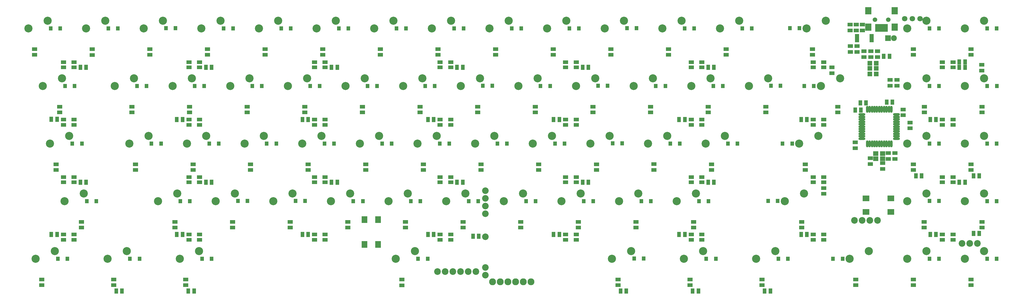
<source format=gbr>
G04 #@! TF.FileFunction,Soldermask,Bot*
%FSLAX46Y46*%
G04 Gerber Fmt 4.6, Leading zero omitted, Abs format (unit mm)*
G04 Created by KiCad (PCBNEW 4.0.2-stable) date 7/15/2016 4:50:49 PM*
%MOMM*%
G01*
G04 APERTURE LIST*
%ADD10C,0.100000*%
%ADD11R,1.300000X1.350000*%
%ADD12R,1.797000X1.289000*%
%ADD13R,2.000000X2.400000*%
%ADD14R,0.990000X2.600000*%
%ADD15C,1.500000*%
%ADD16R,1.400000X0.690000*%
%ADD17R,1.289000X1.797000*%
%ADD18C,2.686000*%
%ADD19R,1.700000X1.250000*%
%ADD20C,1.924000*%
%ADD21R,1.924000X1.924000*%
%ADD22C,2.279600*%
%ADD23C,2.178000*%
%ADD24R,1.800000X1.600000*%
%ADD25R,1.598880X1.598880*%
%ADD26O,0.806400X2.299920*%
%ADD27O,2.299920X0.806400*%
%ADD28C,2.200000*%
%ADD29R,2.200000X1.900000*%
%ADD30R,1.900000X2.200000*%
%ADD31C,1.800000*%
G04 APERTURE END LIST*
D10*
D11*
X382928450Y-144302850D03*
X386078450Y-144302850D03*
X363878450Y-144302850D03*
X367028450Y-144302850D03*
X335128450Y-144302850D03*
X331978450Y-144302850D03*
X313878450Y-144312850D03*
X317028450Y-144312850D03*
X290078450Y-144312850D03*
X293228450Y-144312850D03*
X266248450Y-144292850D03*
X269398450Y-144292850D03*
X194818450Y-144302850D03*
X197968450Y-144302850D03*
X123398450Y-144312850D03*
X126548450Y-144312850D03*
X99568450Y-144302850D03*
X102718450Y-144302850D03*
X75758450Y-144302850D03*
X78908450Y-144302850D03*
X382938450Y-125272850D03*
X386088450Y-125272850D03*
X363888450Y-125232850D03*
X367038450Y-125232850D03*
X313688450Y-125242850D03*
X310538450Y-125242850D03*
X287688450Y-125262850D03*
X290838450Y-125262850D03*
X268628450Y-125262850D03*
X271778450Y-125262850D03*
X249588450Y-125262850D03*
X252738450Y-125262850D03*
X230538450Y-125272850D03*
X233688450Y-125272850D03*
X211508450Y-125262850D03*
X214658450Y-125262850D03*
X192428450Y-125262850D03*
X195578450Y-125262850D03*
X173398450Y-125262850D03*
X176548450Y-125262850D03*
X154328450Y-125232850D03*
X157478450Y-125232850D03*
X135278450Y-125242850D03*
X138428450Y-125242850D03*
X116228450Y-125272850D03*
X119378450Y-125272850D03*
X85308450Y-125262850D03*
X88458450Y-125262850D03*
X382928450Y-106222850D03*
X386078450Y-106222850D03*
X363878450Y-106222850D03*
X367028450Y-106222850D03*
X318458450Y-106212850D03*
X315308450Y-106212850D03*
X297198450Y-106212850D03*
X300348450Y-106212850D03*
X278168450Y-106212850D03*
X281318450Y-106212850D03*
X259098450Y-106192850D03*
X262248450Y-106192850D03*
X240048450Y-106222850D03*
X243198450Y-106222850D03*
X221018450Y-106212850D03*
X224168450Y-106212850D03*
X201948450Y-106212850D03*
X205098450Y-106212850D03*
X182898450Y-106212850D03*
X186048450Y-106212850D03*
X163868450Y-106212850D03*
X167018450Y-106212850D03*
X144788450Y-106212850D03*
X147938450Y-106212850D03*
X125748450Y-106212850D03*
X128898450Y-106212850D03*
X106688450Y-106212850D03*
X109838450Y-106212850D03*
X80518450Y-106222850D03*
X83668450Y-106222850D03*
X382948450Y-87182850D03*
X386098450Y-87182850D03*
X363888450Y-87172850D03*
X367038450Y-87172850D03*
X325598450Y-87152850D03*
X322448450Y-87152850D03*
X311478450Y-87132850D03*
X314628450Y-87132850D03*
X292418450Y-87152850D03*
X295568450Y-87152850D03*
X273398450Y-87152850D03*
X276548450Y-87152850D03*
X254328450Y-87142850D03*
X257478450Y-87142850D03*
X235288450Y-87152850D03*
X238438450Y-87152850D03*
X216228450Y-87132850D03*
X219378450Y-87132850D03*
X197178450Y-87172850D03*
X200328450Y-87172850D03*
X178128450Y-87172850D03*
X181278450Y-87172850D03*
X159108450Y-87162850D03*
X162258450Y-87162850D03*
X140028450Y-87162850D03*
X143178450Y-87162850D03*
X120978450Y-87162850D03*
X124128450Y-87162850D03*
X101928450Y-87152850D03*
X105078450Y-87152850D03*
X78128450Y-87162850D03*
X81278450Y-87162850D03*
X382938450Y-68112850D03*
X386088450Y-68112850D03*
X363888450Y-68107850D03*
X367038450Y-68107850D03*
X320838450Y-68082850D03*
X317688450Y-68082850D03*
X301963450Y-68107850D03*
X305113450Y-68107850D03*
X282913450Y-68107850D03*
X286063450Y-68107850D03*
X263858450Y-68092850D03*
X267008450Y-68092850D03*
X244813450Y-68107850D03*
X247963450Y-68107850D03*
X225763450Y-68107850D03*
X228913450Y-68107850D03*
X206713450Y-68107850D03*
X209863450Y-68107850D03*
X187663450Y-68107850D03*
X190813450Y-68107850D03*
X168613450Y-68107850D03*
X171763450Y-68107850D03*
X149563450Y-68107850D03*
X152713450Y-68107850D03*
X130508450Y-68102850D03*
X133658450Y-68102850D03*
X111468450Y-68092850D03*
X114618450Y-68092850D03*
X92408450Y-68112850D03*
X95558450Y-68112850D03*
X73373450Y-68132850D03*
X76523450Y-68132850D03*
D12*
X341675950Y-68785350D03*
X341675950Y-66880350D03*
D13*
X352345950Y-62262850D03*
X343645950Y-62262850D03*
X343645950Y-67762850D03*
X352345950Y-67762850D03*
D14*
X347995950Y-67962850D03*
X347195850Y-67962850D03*
X346395750Y-67962850D03*
X348795950Y-67962850D03*
X349595950Y-67962850D03*
D15*
X345795950Y-65262850D03*
X350195950Y-65262850D03*
D16*
X344765950Y-70372850D03*
X344765950Y-70872850D03*
X339865950Y-71372850D03*
X344765950Y-71872850D03*
X344765950Y-72372850D03*
X339865950Y-72372850D03*
X339865950Y-71872850D03*
X344765950Y-71372850D03*
X339865950Y-70872850D03*
X339865950Y-70372850D03*
D17*
X207683450Y-81052850D03*
X209588450Y-81052850D03*
D18*
X181898750Y-103697500D03*
X175548750Y-106237500D03*
D17*
X350618450Y-77362850D03*
X348713450Y-77362850D03*
D19*
X371615950Y-136297850D03*
X371615950Y-138047850D03*
X368115950Y-138047850D03*
X368115950Y-136297850D03*
X328935950Y-136297850D03*
X328935950Y-138047850D03*
X325435950Y-138047850D03*
X325435950Y-136297850D03*
X288605950Y-136297850D03*
X288605950Y-138047850D03*
X285105950Y-138047850D03*
X285105950Y-136297850D03*
X247095950Y-136297850D03*
X247095950Y-138047850D03*
X243595950Y-138047850D03*
X243595950Y-136297850D03*
X205585950Y-136297850D03*
X205585950Y-138047850D03*
X202085950Y-138047850D03*
X202085950Y-136297850D03*
X164085950Y-136297850D03*
X164085950Y-138047850D03*
X160585950Y-138047850D03*
X160585950Y-136297850D03*
X122565950Y-136297850D03*
X122565950Y-138047850D03*
X119065950Y-138047850D03*
X119065950Y-136297850D03*
X81065950Y-136297850D03*
X81065950Y-138047850D03*
X77565950Y-138047850D03*
X77565950Y-136297850D03*
D12*
X342215950Y-75720350D03*
X342215950Y-77625350D03*
X346715950Y-75720350D03*
X346715950Y-77625350D03*
X344465950Y-75720350D03*
X344465950Y-77625350D03*
X339935950Y-75915350D03*
X339935950Y-74010350D03*
X337685950Y-75915350D03*
X337685950Y-74010350D03*
X381135950Y-80200350D03*
X381135950Y-82105350D03*
D17*
X373723450Y-79252850D03*
X375628450Y-79252850D03*
D12*
X357445950Y-101175350D03*
X357445950Y-99270350D03*
X348385950Y-112690350D03*
X348385950Y-114595350D03*
X344275950Y-111070350D03*
X344275950Y-112975350D03*
X352425950Y-109390350D03*
X352425950Y-111295350D03*
D17*
X341188450Y-95162850D03*
X339283450Y-95162850D03*
X212953450Y-136912850D03*
X214858450Y-136912850D03*
D20*
X352135950Y-71392850D03*
D21*
X350135950Y-71392850D03*
D22*
X219426950Y-151972850D03*
X221966950Y-151972850D03*
X224506950Y-151972850D03*
X227046950Y-151972850D03*
X229586950Y-151972850D03*
X232126950Y-151972850D03*
D23*
X217085950Y-149742850D03*
X217085950Y-147202850D03*
X217085950Y-137042850D03*
X217085950Y-129422850D03*
X217085950Y-126882850D03*
X217085950Y-124342850D03*
X217085950Y-121802850D03*
D24*
X348390050Y-109525650D03*
X346090050Y-109525650D03*
X348390050Y-111225650D03*
X346090050Y-111225650D03*
D19*
X119072950Y-81047850D03*
X119072950Y-79297850D03*
X122572950Y-79297850D03*
X122572950Y-81047850D03*
X202086950Y-81047850D03*
X202086950Y-79297850D03*
X205586950Y-79297850D03*
X205586950Y-81047850D03*
X243593950Y-81047850D03*
X243593950Y-79297850D03*
X247093950Y-79297850D03*
X247093950Y-81047850D03*
X325427950Y-81047850D03*
X325427950Y-79297850D03*
X328927950Y-79297850D03*
X328927950Y-81047850D03*
X368115950Y-81047850D03*
X368115950Y-79297850D03*
X371615950Y-79297850D03*
X371615950Y-81047850D03*
X81065950Y-98297850D03*
X81065950Y-100047850D03*
X77565950Y-100047850D03*
X77565950Y-98297850D03*
X122565950Y-98297850D03*
X122565950Y-100047850D03*
X119065950Y-100047850D03*
X119065950Y-98297850D03*
X164085950Y-98297850D03*
X164085950Y-100047850D03*
X160585950Y-100047850D03*
X160585950Y-98297850D03*
X205585950Y-98297850D03*
X205585950Y-100047850D03*
X202085950Y-100047850D03*
X202085950Y-98297850D03*
X288605950Y-98297850D03*
X288605950Y-100047850D03*
X285105950Y-100047850D03*
X285105950Y-98297850D03*
X328935950Y-98297850D03*
X328935950Y-100047850D03*
X325435950Y-100047850D03*
X325435950Y-98297850D03*
X371615950Y-98297850D03*
X371615950Y-100047850D03*
X368115950Y-100047850D03*
X368115950Y-98297850D03*
X77565950Y-119047850D03*
X77565950Y-117297850D03*
X81065950Y-117297850D03*
X81065950Y-119047850D03*
X119065950Y-119047850D03*
X119065950Y-117297850D03*
X122565950Y-117297850D03*
X122565950Y-119047850D03*
X160585950Y-119047850D03*
X160585950Y-117297850D03*
X164085950Y-117297850D03*
X164085950Y-119047850D03*
X77565950Y-81047850D03*
X77565950Y-79297850D03*
X81065950Y-79297850D03*
X81065950Y-81047850D03*
X160579950Y-81047850D03*
X160579950Y-79297850D03*
X164079950Y-79297850D03*
X164079950Y-81047850D03*
X285100950Y-81047850D03*
X285100950Y-79297850D03*
X288600950Y-79297850D03*
X288600950Y-81047850D03*
X247095950Y-98297850D03*
X247095950Y-100047850D03*
X243595950Y-100047850D03*
X243595950Y-98297850D03*
X202085950Y-119047850D03*
X202085950Y-117297850D03*
X205585950Y-117297850D03*
X205585950Y-119047850D03*
X243595950Y-119047850D03*
X243595950Y-117297850D03*
X247095950Y-117297850D03*
X247095950Y-119047850D03*
X285105950Y-119047850D03*
X285105950Y-117297850D03*
X288605950Y-117297850D03*
X288605950Y-119047850D03*
X325435950Y-119047850D03*
X325435950Y-117297850D03*
X328935950Y-117297850D03*
X328935950Y-119047850D03*
X368115950Y-119047850D03*
X368115950Y-117297850D03*
X371615950Y-117297850D03*
X371615950Y-119047850D03*
D12*
X355135950Y-96875350D03*
X355135950Y-94970350D03*
X339675950Y-68785350D03*
X339675950Y-66880350D03*
X337655950Y-68785350D03*
X337655950Y-66880350D03*
D17*
X361278450Y-116932850D03*
X359373450Y-116932850D03*
X380318450Y-116942850D03*
X378413450Y-116942850D03*
X380328450Y-135982850D03*
X378423450Y-135982850D03*
X96928439Y-155042858D03*
X95023439Y-155042858D03*
X120768450Y-155032850D03*
X118863450Y-155032850D03*
X263638450Y-155032850D03*
X261733450Y-155032850D03*
X287458450Y-155042850D03*
X285553450Y-155042850D03*
X311278450Y-155032850D03*
X309373450Y-155032850D03*
X351628450Y-92512850D03*
X349723450Y-92512850D03*
D12*
X339345950Y-105860350D03*
X339345950Y-107765350D03*
X350195950Y-109390350D03*
X350195950Y-111295350D03*
D17*
X340973450Y-92752850D03*
X342878450Y-92752850D03*
D25*
X346264970Y-83172850D03*
X344166930Y-83172850D03*
X346264970Y-79672850D03*
X344166930Y-79672850D03*
X346264970Y-81372850D03*
X344166930Y-81372850D03*
D26*
X347260050Y-94900650D03*
X348060150Y-94900650D03*
X348860250Y-94900650D03*
X349660350Y-94900650D03*
X350460450Y-94900650D03*
X351260550Y-94900650D03*
X346459950Y-94900650D03*
X345659850Y-94900650D03*
X344859750Y-94900650D03*
X344059650Y-94900650D03*
X343259550Y-94900650D03*
X347260050Y-106330650D03*
X348060150Y-106330650D03*
X348860250Y-106330650D03*
X349660350Y-106330650D03*
X350460450Y-106330650D03*
X351260550Y-106330650D03*
X346459950Y-106330650D03*
X345659850Y-106330650D03*
X344859750Y-106330650D03*
X344059650Y-106330650D03*
X343259550Y-106330650D03*
D27*
X352975050Y-100615650D03*
X341545050Y-100615650D03*
X352975050Y-101415750D03*
X341545050Y-101415750D03*
X341545050Y-102215850D03*
X352975050Y-102215850D03*
X352975050Y-103015950D03*
X341545050Y-103015950D03*
X341545050Y-103816050D03*
X352975050Y-103816050D03*
X352975050Y-104616150D03*
X341545050Y-104616150D03*
X341545050Y-99815550D03*
X352975050Y-99815550D03*
X352975050Y-99015450D03*
X341545050Y-99015450D03*
X341545050Y-98215350D03*
X352975050Y-98215350D03*
X352975050Y-97415250D03*
X341545050Y-97415250D03*
X341545050Y-96615150D03*
X352975050Y-96615150D03*
D28*
X341595950Y-131632850D03*
X344135950Y-131632850D03*
X339055950Y-131632850D03*
X374615950Y-139252850D03*
X211365950Y-148572850D03*
X213905950Y-148572850D03*
X208825950Y-148572850D03*
X206285950Y-148572850D03*
X379695950Y-139252850D03*
X346675950Y-131632850D03*
X377155950Y-139252850D03*
X201205950Y-148572850D03*
X203745950Y-148572850D03*
D29*
X351055950Y-124322850D03*
X342855950Y-128822850D03*
X342855950Y-124322850D03*
X351055950Y-128822850D03*
D30*
X177085950Y-131382850D03*
X181585950Y-139582850D03*
X177085950Y-139582850D03*
X181585950Y-131382850D03*
D12*
X350865939Y-87075358D03*
X350865939Y-85170358D03*
X353115939Y-87075358D03*
X353115939Y-85170358D03*
D18*
X72355950Y-65592850D03*
X66005950Y-68132850D03*
X91406350Y-65592850D03*
X85056350Y-68132850D03*
X110456750Y-65592850D03*
X104106750Y-68132850D03*
X129507150Y-65592850D03*
X123157150Y-68132850D03*
X167607950Y-65592850D03*
X161257950Y-68132850D03*
X205708750Y-65592850D03*
X199358750Y-68132850D03*
X224759150Y-65592850D03*
X218409150Y-68132850D03*
X243809550Y-65592850D03*
X237459550Y-68132850D03*
X262859950Y-65592850D03*
X256509950Y-68132850D03*
X281910350Y-65592850D03*
X275560350Y-68132850D03*
X300960750Y-65592850D03*
X294610750Y-68132850D03*
X329536350Y-65592850D03*
X323186350Y-68132850D03*
X381923750Y-65597500D03*
X375573750Y-68137500D03*
X77118550Y-84643250D03*
X70768550Y-87183250D03*
X119986250Y-84647500D03*
X113636250Y-87187500D03*
X139036250Y-84647500D03*
X132686250Y-87187500D03*
X158086250Y-84647500D03*
X151736250Y-87187500D03*
X177136250Y-84647500D03*
X170786250Y-87187500D03*
X196186250Y-84647500D03*
X189836250Y-87187500D03*
X215236250Y-84647500D03*
X208886250Y-87187500D03*
X234284350Y-84643250D03*
X227934350Y-87183250D03*
X253334750Y-84643250D03*
X246984750Y-87183250D03*
X272385150Y-84643250D03*
X266035150Y-87183250D03*
X291435550Y-84643250D03*
X285085550Y-87183250D03*
X310485950Y-84643250D03*
X304135950Y-87183250D03*
X334298950Y-84643250D03*
X327948950Y-87183250D03*
X362873750Y-84647500D03*
X356523750Y-87187500D03*
X381923750Y-84647500D03*
X375573750Y-87187500D03*
X79505000Y-103697500D03*
X73155000Y-106237500D03*
X105698750Y-103697500D03*
X99348750Y-106237500D03*
X124748750Y-103697500D03*
X118398750Y-106237500D03*
X143798750Y-103697500D03*
X137448750Y-106237500D03*
X200948750Y-103697500D03*
X194598750Y-106237500D03*
X219998750Y-103697500D03*
X213648750Y-106237500D03*
X258098750Y-103697500D03*
X251748750Y-106237500D03*
X277148750Y-103697500D03*
X270798750Y-106237500D03*
X296198750Y-103697500D03*
X289848750Y-106237500D03*
X327155000Y-103697500D03*
X320805000Y-106237500D03*
X381923750Y-103697500D03*
X375573750Y-106237500D03*
X84267500Y-122747500D03*
X77917500Y-125287500D03*
X115223750Y-122747500D03*
X108873750Y-125287500D03*
X134273750Y-122747500D03*
X127923750Y-125287500D03*
X153323750Y-122747500D03*
X146973750Y-125287500D03*
X172373750Y-122747500D03*
X166023750Y-125287500D03*
X191423750Y-122747500D03*
X185073750Y-125287500D03*
X210473750Y-122747500D03*
X204123750Y-125287500D03*
X229523750Y-122747500D03*
X223173750Y-125287500D03*
X248573750Y-122747500D03*
X242223750Y-125287500D03*
X267623750Y-122747500D03*
X261273750Y-125287500D03*
X286673750Y-122747500D03*
X280323750Y-125287500D03*
X322392500Y-122747500D03*
X316042500Y-125287500D03*
X362873750Y-122747500D03*
X356523750Y-125287500D03*
X381923750Y-122747500D03*
X375573750Y-125287500D03*
X74742500Y-141797500D03*
X68392500Y-144337500D03*
X98555000Y-141797500D03*
X92205000Y-144337500D03*
X122367500Y-141797500D03*
X116017500Y-144337500D03*
X193805000Y-141797500D03*
X187455000Y-144337500D03*
X265242500Y-141797500D03*
X258892500Y-144337500D03*
X289055000Y-141797500D03*
X282705000Y-144337500D03*
X312867500Y-141797500D03*
X306517500Y-144337500D03*
X343823750Y-141797500D03*
X337473750Y-144337500D03*
X362873750Y-141797500D03*
X356523750Y-144337500D03*
X381923750Y-141797500D03*
X375573750Y-144337500D03*
D12*
X68015950Y-74960350D03*
X68015950Y-76865350D03*
X87065950Y-75020350D03*
X87065950Y-76925350D03*
X106115950Y-74970350D03*
X106115950Y-76875350D03*
X125165950Y-74970350D03*
X125165950Y-76875350D03*
X144215950Y-74970350D03*
X144215950Y-76875350D03*
X163265950Y-74970350D03*
X163265950Y-76875350D03*
X182315950Y-74970350D03*
X182315950Y-76875350D03*
X201365950Y-74970350D03*
X201365950Y-76875350D03*
X220415950Y-74970350D03*
X220415950Y-76875350D03*
X239465950Y-74970350D03*
X239465950Y-76875350D03*
X258515950Y-74970350D03*
X258515950Y-76875350D03*
X277565950Y-74970350D03*
X277565950Y-76875350D03*
X296615950Y-74970350D03*
X296615950Y-76875350D03*
X325190950Y-74970350D03*
X325190950Y-76875350D03*
X358515950Y-74970350D03*
X358515950Y-76875350D03*
X377565950Y-74970350D03*
X377565950Y-76875350D03*
X76365950Y-95925350D03*
X76365950Y-94020350D03*
X100190950Y-95925350D03*
X100190950Y-94020350D03*
X119240950Y-95925350D03*
X119240950Y-94020350D03*
X138290950Y-95925350D03*
X138290950Y-94020350D03*
X157340950Y-95925350D03*
X157340950Y-94020350D03*
X176390950Y-95925350D03*
X176390950Y-94020350D03*
X195440950Y-95925350D03*
X195440950Y-94020350D03*
X214490950Y-95925350D03*
X214490950Y-94020350D03*
X233540950Y-95925350D03*
X233540950Y-94020350D03*
X252590950Y-95925350D03*
X252590950Y-94020350D03*
X271640950Y-95925350D03*
X271640950Y-94020350D03*
X290690950Y-95925350D03*
X290690950Y-94020350D03*
X309740950Y-95925350D03*
X309740950Y-94020350D03*
X333565950Y-95925350D03*
X333565950Y-94020350D03*
X362140950Y-95925350D03*
X362140950Y-94020350D03*
X381190950Y-95925350D03*
X381190950Y-94020350D03*
X75165950Y-113070350D03*
X75165950Y-114975350D03*
X101365950Y-113070350D03*
X101365950Y-114975350D03*
X120415950Y-113070350D03*
X120415950Y-114975350D03*
X139440950Y-113070350D03*
X139440950Y-114975350D03*
X158490950Y-113070350D03*
X158490950Y-114975350D03*
X177540950Y-113070350D03*
X177540950Y-114975350D03*
X196590950Y-113070350D03*
X196590950Y-114975350D03*
X215640950Y-113070350D03*
X215640950Y-114975350D03*
X234690950Y-113070350D03*
X234690950Y-114975350D03*
X253765950Y-113070350D03*
X253765950Y-114975350D03*
X272790950Y-113020350D03*
X272790950Y-114925350D03*
X291840950Y-113070350D03*
X291840950Y-114975350D03*
X322815950Y-113070350D03*
X322815950Y-114975350D03*
X358540950Y-113070350D03*
X358540950Y-114975350D03*
X377565950Y-113070350D03*
X377565950Y-114975350D03*
X83515950Y-134025350D03*
X83515950Y-132120350D03*
X114465950Y-134025350D03*
X114465950Y-132120350D03*
X133515950Y-134025350D03*
X133515950Y-132120350D03*
X152565950Y-134025350D03*
X152565950Y-132120350D03*
X171615950Y-134025350D03*
X171615950Y-132120350D03*
X190665950Y-134025350D03*
X190665950Y-132120350D03*
X209715950Y-134025350D03*
X209715950Y-132120350D03*
X228765950Y-134025350D03*
X228765950Y-132120350D03*
X247815950Y-134025350D03*
X247815950Y-132120350D03*
X266865950Y-134025350D03*
X266865950Y-132120350D03*
X285915950Y-134025350D03*
X285915950Y-132120350D03*
X321640950Y-134025350D03*
X321640950Y-132120350D03*
X362115950Y-134025350D03*
X362115950Y-132120350D03*
X381190950Y-134025350D03*
X381190950Y-132120350D03*
X70390950Y-151170350D03*
X70390950Y-153075350D03*
X94190950Y-151170350D03*
X94190950Y-153075350D03*
X118015950Y-151170350D03*
X118015950Y-153075350D03*
X189465950Y-151220350D03*
X189465950Y-153125350D03*
X260890950Y-151170350D03*
X260890950Y-153075350D03*
X284715950Y-151170350D03*
X284715950Y-153075350D03*
X308515950Y-151170350D03*
X308515950Y-153075350D03*
X339465950Y-151170350D03*
X339465950Y-153075350D03*
X358515950Y-151170350D03*
X358515950Y-153075350D03*
X377565950Y-151170350D03*
X377565950Y-153075350D03*
D17*
X83163450Y-81052850D03*
X85068450Y-81052850D03*
X124673450Y-81052850D03*
X126578450Y-81052850D03*
X166183450Y-81052850D03*
X168088450Y-81052850D03*
X249193450Y-81052850D03*
X251098450Y-81052850D03*
X290703450Y-81052850D03*
X292608450Y-81052850D03*
D12*
X331565950Y-81050350D03*
X331565950Y-82955350D03*
D17*
X373723450Y-81052850D03*
X375628450Y-81052850D03*
X75458450Y-98232850D03*
X73553450Y-98232850D03*
X116968450Y-98302850D03*
X115063450Y-98302850D03*
X158488450Y-98292850D03*
X156583450Y-98292850D03*
X199978450Y-98292850D03*
X198073450Y-98292850D03*
X241488450Y-98292850D03*
X239583450Y-98292850D03*
X282998450Y-98292850D03*
X281093450Y-98292850D03*
X323338450Y-98292850D03*
X321433450Y-98292850D03*
X366008450Y-98292850D03*
X364103450Y-98292850D03*
X83163450Y-119052850D03*
X85068450Y-119052850D03*
X124673450Y-119052850D03*
X126578450Y-119052850D03*
X166183450Y-119052850D03*
X168088450Y-119052850D03*
X207693450Y-119052850D03*
X209598450Y-119052850D03*
X249193450Y-119032850D03*
X251098450Y-119032850D03*
X290703450Y-119052850D03*
X292608450Y-119052850D03*
D12*
X328915950Y-120950350D03*
X328915950Y-122855350D03*
D17*
X373723450Y-119052850D03*
X375628450Y-119052850D03*
X75468450Y-136292850D03*
X73563450Y-136292850D03*
X116968450Y-136292850D03*
X115063450Y-136292850D03*
X158488450Y-136292850D03*
X156583450Y-136292850D03*
X199978450Y-136292850D03*
X198073450Y-136292850D03*
X241488450Y-136292850D03*
X239583450Y-136292850D03*
X282998450Y-136292850D03*
X281093450Y-136292850D03*
X323328450Y-136292850D03*
X321423450Y-136292850D03*
X366018450Y-136292850D03*
X364113450Y-136292850D03*
D31*
X355635950Y-64932850D03*
X358175950Y-64932850D03*
X360715950Y-64932850D03*
D18*
X362873750Y-103697500D03*
X356523750Y-106237500D03*
X362873750Y-65597500D03*
X356523750Y-68137500D03*
X148557550Y-65592850D03*
X142207550Y-68132850D03*
X186658350Y-65592850D03*
X180308350Y-68132850D03*
X100931550Y-84643250D03*
X94581550Y-87183250D03*
X162848750Y-103697500D03*
X156498750Y-106237500D03*
X239048750Y-103697500D03*
X232698750Y-106237500D03*
M02*

</source>
